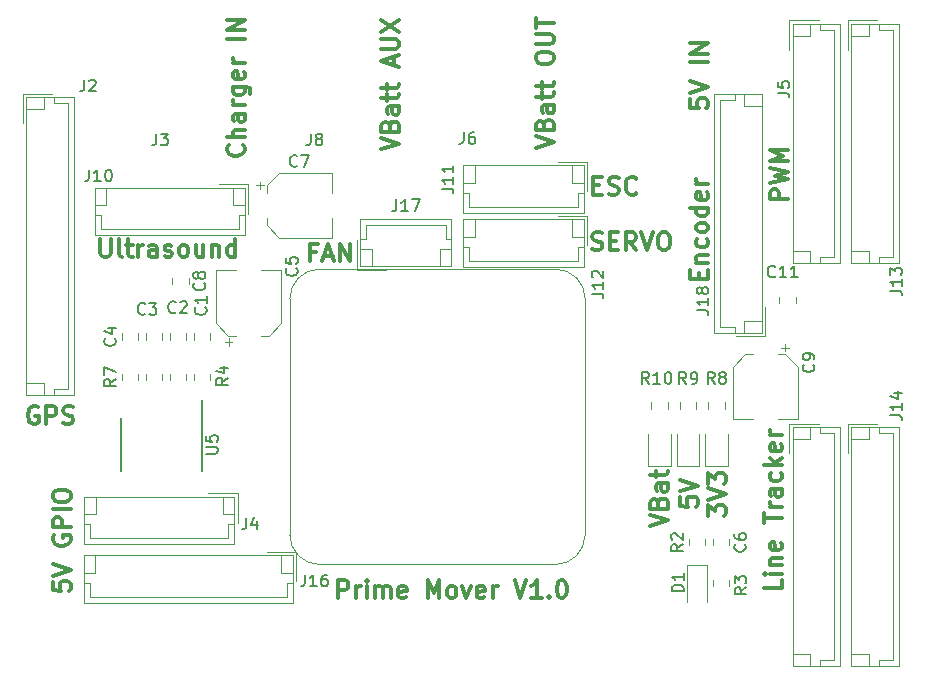
<source format=gbr>
G04 #@! TF.GenerationSoftware,KiCad,Pcbnew,(5.1.4)-1*
G04 #@! TF.CreationDate,2021-11-01T15:57:40-05:00*
G04 #@! TF.ProjectId,RascalHat,52617363-616c-4486-9174-2e6b69636164,rev?*
G04 #@! TF.SameCoordinates,Original*
G04 #@! TF.FileFunction,Legend,Top*
G04 #@! TF.FilePolarity,Positive*
%FSLAX46Y46*%
G04 Gerber Fmt 4.6, Leading zero omitted, Abs format (unit mm)*
G04 Created by KiCad (PCBNEW (5.1.4)-1) date 2021-11-01 15:57:40*
%MOMM*%
%LPD*%
G04 APERTURE LIST*
%ADD10C,0.300000*%
%ADD11C,0.120000*%
%ADD12C,0.150000*%
G04 APERTURE END LIST*
D10*
X26897142Y-49458571D02*
X26897142Y-47958571D01*
X27468571Y-47958571D01*
X27611428Y-48030000D01*
X27682857Y-48101428D01*
X27754285Y-48244285D01*
X27754285Y-48458571D01*
X27682857Y-48601428D01*
X27611428Y-48672857D01*
X27468571Y-48744285D01*
X26897142Y-48744285D01*
X28397142Y-49458571D02*
X28397142Y-48458571D01*
X28397142Y-48744285D02*
X28468571Y-48601428D01*
X28540000Y-48530000D01*
X28682857Y-48458571D01*
X28825714Y-48458571D01*
X29325714Y-49458571D02*
X29325714Y-48458571D01*
X29325714Y-47958571D02*
X29254285Y-48030000D01*
X29325714Y-48101428D01*
X29397142Y-48030000D01*
X29325714Y-47958571D01*
X29325714Y-48101428D01*
X30040000Y-49458571D02*
X30040000Y-48458571D01*
X30040000Y-48601428D02*
X30111428Y-48530000D01*
X30254285Y-48458571D01*
X30468571Y-48458571D01*
X30611428Y-48530000D01*
X30682857Y-48672857D01*
X30682857Y-49458571D01*
X30682857Y-48672857D02*
X30754285Y-48530000D01*
X30897142Y-48458571D01*
X31111428Y-48458571D01*
X31254285Y-48530000D01*
X31325714Y-48672857D01*
X31325714Y-49458571D01*
X32611428Y-49387142D02*
X32468571Y-49458571D01*
X32182857Y-49458571D01*
X32040000Y-49387142D01*
X31968571Y-49244285D01*
X31968571Y-48672857D01*
X32040000Y-48530000D01*
X32182857Y-48458571D01*
X32468571Y-48458571D01*
X32611428Y-48530000D01*
X32682857Y-48672857D01*
X32682857Y-48815714D01*
X31968571Y-48958571D01*
X34468571Y-49458571D02*
X34468571Y-47958571D01*
X34968571Y-49030000D01*
X35468571Y-47958571D01*
X35468571Y-49458571D01*
X36397142Y-49458571D02*
X36254285Y-49387142D01*
X36182857Y-49315714D01*
X36111428Y-49172857D01*
X36111428Y-48744285D01*
X36182857Y-48601428D01*
X36254285Y-48530000D01*
X36397142Y-48458571D01*
X36611428Y-48458571D01*
X36754285Y-48530000D01*
X36825714Y-48601428D01*
X36897142Y-48744285D01*
X36897142Y-49172857D01*
X36825714Y-49315714D01*
X36754285Y-49387142D01*
X36611428Y-49458571D01*
X36397142Y-49458571D01*
X37397142Y-48458571D02*
X37754285Y-49458571D01*
X38111428Y-48458571D01*
X39254285Y-49387142D02*
X39111428Y-49458571D01*
X38825714Y-49458571D01*
X38682857Y-49387142D01*
X38611428Y-49244285D01*
X38611428Y-48672857D01*
X38682857Y-48530000D01*
X38825714Y-48458571D01*
X39111428Y-48458571D01*
X39254285Y-48530000D01*
X39325714Y-48672857D01*
X39325714Y-48815714D01*
X38611428Y-48958571D01*
X39968571Y-49458571D02*
X39968571Y-48458571D01*
X39968571Y-48744285D02*
X40040000Y-48601428D01*
X40111428Y-48530000D01*
X40254285Y-48458571D01*
X40397142Y-48458571D01*
X41825714Y-47958571D02*
X42325714Y-49458571D01*
X42825714Y-47958571D01*
X44111428Y-49458571D02*
X43254285Y-49458571D01*
X43682857Y-49458571D02*
X43682857Y-47958571D01*
X43540000Y-48172857D01*
X43397142Y-48315714D01*
X43254285Y-48387142D01*
X44754285Y-49315714D02*
X44825714Y-49387142D01*
X44754285Y-49458571D01*
X44682857Y-49387142D01*
X44754285Y-49315714D01*
X44754285Y-49458571D01*
X45754285Y-47958571D02*
X45897142Y-47958571D01*
X46040000Y-48030000D01*
X46111428Y-48101428D01*
X46182857Y-48244285D01*
X46254285Y-48530000D01*
X46254285Y-48887142D01*
X46182857Y-49172857D01*
X46111428Y-49315714D01*
X46040000Y-49387142D01*
X45897142Y-49458571D01*
X45754285Y-49458571D01*
X45611428Y-49387142D01*
X45540000Y-49315714D01*
X45468571Y-49172857D01*
X45397142Y-48887142D01*
X45397142Y-48530000D01*
X45468571Y-48244285D01*
X45540000Y-48101428D01*
X45611428Y-48030000D01*
X45754285Y-47958571D01*
X1468571Y-33286000D02*
X1325714Y-33214571D01*
X1111428Y-33214571D01*
X897142Y-33286000D01*
X754285Y-33428857D01*
X682857Y-33571714D01*
X611428Y-33857428D01*
X611428Y-34071714D01*
X682857Y-34357428D01*
X754285Y-34500285D01*
X897142Y-34643142D01*
X1111428Y-34714571D01*
X1254285Y-34714571D01*
X1468571Y-34643142D01*
X1539999Y-34571714D01*
X1539999Y-34071714D01*
X1254285Y-34071714D01*
X2182857Y-34714571D02*
X2182857Y-33214571D01*
X2754285Y-33214571D01*
X2897142Y-33286000D01*
X2968571Y-33357428D01*
X3039999Y-33500285D01*
X3039999Y-33714571D01*
X2968571Y-33857428D01*
X2897142Y-33928857D01*
X2754285Y-34000285D01*
X2182857Y-34000285D01*
X3611428Y-34643142D02*
X3825714Y-34714571D01*
X4182857Y-34714571D01*
X4325714Y-34643142D01*
X4397142Y-34571714D01*
X4468571Y-34428857D01*
X4468571Y-34286000D01*
X4397142Y-34143142D01*
X4325714Y-34071714D01*
X4182857Y-34000285D01*
X3897142Y-33928857D01*
X3754285Y-33857428D01*
X3682857Y-33786000D01*
X3611428Y-33643142D01*
X3611428Y-33500285D01*
X3682857Y-33357428D01*
X3754285Y-33286000D01*
X3897142Y-33214571D01*
X4254285Y-33214571D01*
X4468571Y-33286000D01*
X53280571Y-43378142D02*
X54780571Y-42878142D01*
X53280571Y-42378142D01*
X53994857Y-41378142D02*
X54066285Y-41163857D01*
X54137714Y-41092428D01*
X54280571Y-41021000D01*
X54494857Y-41021000D01*
X54637714Y-41092428D01*
X54709142Y-41163857D01*
X54780571Y-41306714D01*
X54780571Y-41878142D01*
X53280571Y-41878142D01*
X53280571Y-41378142D01*
X53352000Y-41235285D01*
X53423428Y-41163857D01*
X53566285Y-41092428D01*
X53709142Y-41092428D01*
X53852000Y-41163857D01*
X53923428Y-41235285D01*
X53994857Y-41378142D01*
X53994857Y-41878142D01*
X54780571Y-39735285D02*
X53994857Y-39735285D01*
X53852000Y-39806714D01*
X53780571Y-39949571D01*
X53780571Y-40235285D01*
X53852000Y-40378142D01*
X54709142Y-39735285D02*
X54780571Y-39878142D01*
X54780571Y-40235285D01*
X54709142Y-40378142D01*
X54566285Y-40449571D01*
X54423428Y-40449571D01*
X54280571Y-40378142D01*
X54209142Y-40235285D01*
X54209142Y-39878142D01*
X54137714Y-39735285D01*
X53780571Y-39235285D02*
X53780571Y-38663857D01*
X53280571Y-39021000D02*
X54566285Y-39021000D01*
X54709142Y-38949571D01*
X54780571Y-38806714D01*
X54780571Y-38663857D01*
X58233571Y-42497142D02*
X58233571Y-41568571D01*
X58805000Y-42068571D01*
X58805000Y-41854285D01*
X58876428Y-41711428D01*
X58947857Y-41640000D01*
X59090714Y-41568571D01*
X59447857Y-41568571D01*
X59590714Y-41640000D01*
X59662142Y-41711428D01*
X59733571Y-41854285D01*
X59733571Y-42282857D01*
X59662142Y-42425714D01*
X59590714Y-42497142D01*
X58233571Y-41140000D02*
X59733571Y-40640000D01*
X58233571Y-40140000D01*
X58233571Y-39782857D02*
X58233571Y-38854285D01*
X58805000Y-39354285D01*
X58805000Y-39140000D01*
X58876428Y-38997142D01*
X58947857Y-38925714D01*
X59090714Y-38854285D01*
X59447857Y-38854285D01*
X59590714Y-38925714D01*
X59662142Y-38997142D01*
X59733571Y-39140000D01*
X59733571Y-39568571D01*
X59662142Y-39711428D01*
X59590714Y-39782857D01*
X55820571Y-40925714D02*
X55820571Y-41640000D01*
X56534857Y-41711428D01*
X56463428Y-41640000D01*
X56392000Y-41497142D01*
X56392000Y-41140000D01*
X56463428Y-40997142D01*
X56534857Y-40925714D01*
X56677714Y-40854285D01*
X57034857Y-40854285D01*
X57177714Y-40925714D01*
X57249142Y-40997142D01*
X57320571Y-41140000D01*
X57320571Y-41497142D01*
X57249142Y-41640000D01*
X57177714Y-41711428D01*
X55820571Y-40425714D02*
X57320571Y-39925714D01*
X55820571Y-39425714D01*
X64940571Y-15696142D02*
X63440571Y-15696142D01*
X63440571Y-15124714D01*
X63512000Y-14981857D01*
X63583428Y-14910428D01*
X63726285Y-14839000D01*
X63940571Y-14839000D01*
X64083428Y-14910428D01*
X64154857Y-14981857D01*
X64226285Y-15124714D01*
X64226285Y-15696142D01*
X63440571Y-14339000D02*
X64940571Y-13981857D01*
X63869142Y-13696142D01*
X64940571Y-13410428D01*
X63440571Y-13053285D01*
X64940571Y-12481857D02*
X63440571Y-12481857D01*
X64512000Y-11981857D01*
X63440571Y-11481857D01*
X64940571Y-11481857D01*
X57423857Y-22395142D02*
X57423857Y-21895142D01*
X58209571Y-21680857D02*
X58209571Y-22395142D01*
X56709571Y-22395142D01*
X56709571Y-21680857D01*
X57209571Y-21038000D02*
X58209571Y-21038000D01*
X57352428Y-21038000D02*
X57281000Y-20966571D01*
X57209571Y-20823714D01*
X57209571Y-20609428D01*
X57281000Y-20466571D01*
X57423857Y-20395142D01*
X58209571Y-20395142D01*
X58138142Y-19038000D02*
X58209571Y-19180857D01*
X58209571Y-19466571D01*
X58138142Y-19609428D01*
X58066714Y-19680857D01*
X57923857Y-19752285D01*
X57495285Y-19752285D01*
X57352428Y-19680857D01*
X57281000Y-19609428D01*
X57209571Y-19466571D01*
X57209571Y-19180857D01*
X57281000Y-19038000D01*
X58209571Y-18180857D02*
X58138142Y-18323714D01*
X58066714Y-18395142D01*
X57923857Y-18466571D01*
X57495285Y-18466571D01*
X57352428Y-18395142D01*
X57281000Y-18323714D01*
X57209571Y-18180857D01*
X57209571Y-17966571D01*
X57281000Y-17823714D01*
X57352428Y-17752285D01*
X57495285Y-17680857D01*
X57923857Y-17680857D01*
X58066714Y-17752285D01*
X58138142Y-17823714D01*
X58209571Y-17966571D01*
X58209571Y-18180857D01*
X58209571Y-16395142D02*
X56709571Y-16395142D01*
X58138142Y-16395142D02*
X58209571Y-16538000D01*
X58209571Y-16823714D01*
X58138142Y-16966571D01*
X58066714Y-17038000D01*
X57923857Y-17109428D01*
X57495285Y-17109428D01*
X57352428Y-17038000D01*
X57281000Y-16966571D01*
X57209571Y-16823714D01*
X57209571Y-16538000D01*
X57281000Y-16395142D01*
X58138142Y-15109428D02*
X58209571Y-15252285D01*
X58209571Y-15538000D01*
X58138142Y-15680857D01*
X57995285Y-15752285D01*
X57423857Y-15752285D01*
X57281000Y-15680857D01*
X57209571Y-15538000D01*
X57209571Y-15252285D01*
X57281000Y-15109428D01*
X57423857Y-15038000D01*
X57566714Y-15038000D01*
X57709571Y-15752285D01*
X58209571Y-14395142D02*
X57209571Y-14395142D01*
X57495285Y-14395142D02*
X57352428Y-14323714D01*
X57281000Y-14252285D01*
X57209571Y-14109428D01*
X57209571Y-13966571D01*
X64432571Y-47894142D02*
X64432571Y-48608428D01*
X62932571Y-48608428D01*
X64432571Y-47394142D02*
X63432571Y-47394142D01*
X62932571Y-47394142D02*
X63004000Y-47465571D01*
X63075428Y-47394142D01*
X63004000Y-47322714D01*
X62932571Y-47394142D01*
X63075428Y-47394142D01*
X63432571Y-46679857D02*
X64432571Y-46679857D01*
X63575428Y-46679857D02*
X63504000Y-46608428D01*
X63432571Y-46465571D01*
X63432571Y-46251285D01*
X63504000Y-46108428D01*
X63646857Y-46037000D01*
X64432571Y-46037000D01*
X64361142Y-44751285D02*
X64432571Y-44894142D01*
X64432571Y-45179857D01*
X64361142Y-45322714D01*
X64218285Y-45394142D01*
X63646857Y-45394142D01*
X63504000Y-45322714D01*
X63432571Y-45179857D01*
X63432571Y-44894142D01*
X63504000Y-44751285D01*
X63646857Y-44679857D01*
X63789714Y-44679857D01*
X63932571Y-45394142D01*
X62932571Y-43108428D02*
X62932571Y-42251285D01*
X64432571Y-42679857D02*
X62932571Y-42679857D01*
X64432571Y-41751285D02*
X63432571Y-41751285D01*
X63718285Y-41751285D02*
X63575428Y-41679857D01*
X63504000Y-41608428D01*
X63432571Y-41465571D01*
X63432571Y-41322714D01*
X64432571Y-40179857D02*
X63646857Y-40179857D01*
X63504000Y-40251285D01*
X63432571Y-40394142D01*
X63432571Y-40679857D01*
X63504000Y-40822714D01*
X64361142Y-40179857D02*
X64432571Y-40322714D01*
X64432571Y-40679857D01*
X64361142Y-40822714D01*
X64218285Y-40894142D01*
X64075428Y-40894142D01*
X63932571Y-40822714D01*
X63861142Y-40679857D01*
X63861142Y-40322714D01*
X63789714Y-40179857D01*
X64361142Y-38822714D02*
X64432571Y-38965571D01*
X64432571Y-39251285D01*
X64361142Y-39394142D01*
X64289714Y-39465571D01*
X64146857Y-39537000D01*
X63718285Y-39537000D01*
X63575428Y-39465571D01*
X63504000Y-39394142D01*
X63432571Y-39251285D01*
X63432571Y-38965571D01*
X63504000Y-38822714D01*
X64432571Y-38179857D02*
X62932571Y-38179857D01*
X63861142Y-38037000D02*
X64432571Y-37608428D01*
X63432571Y-37608428D02*
X64004000Y-38179857D01*
X64361142Y-36394142D02*
X64432571Y-36537000D01*
X64432571Y-36822714D01*
X64361142Y-36965571D01*
X64218285Y-37037000D01*
X63646857Y-37037000D01*
X63504000Y-36965571D01*
X63432571Y-36822714D01*
X63432571Y-36537000D01*
X63504000Y-36394142D01*
X63646857Y-36322714D01*
X63789714Y-36322714D01*
X63932571Y-37037000D01*
X64432571Y-35679857D02*
X63432571Y-35679857D01*
X63718285Y-35679857D02*
X63575428Y-35608428D01*
X63504000Y-35537000D01*
X63432571Y-35394142D01*
X63432571Y-35251285D01*
X2734571Y-48077000D02*
X2734571Y-48791285D01*
X3448857Y-48862714D01*
X3377428Y-48791285D01*
X3305999Y-48648428D01*
X3306000Y-48291285D01*
X3377428Y-48148428D01*
X3448857Y-48077000D01*
X3591714Y-48005571D01*
X3948857Y-48005571D01*
X4091714Y-48077000D01*
X4163142Y-48148428D01*
X4234571Y-48291285D01*
X4234571Y-48648428D01*
X4163142Y-48791285D01*
X4091714Y-48862714D01*
X2734571Y-47577000D02*
X4234571Y-47077000D01*
X2734571Y-46577000D01*
X2806000Y-44148428D02*
X2734571Y-44291285D01*
X2734571Y-44505571D01*
X2806000Y-44719857D01*
X2948857Y-44862714D01*
X3091714Y-44934142D01*
X3377428Y-45005571D01*
X3591714Y-45005571D01*
X3877428Y-44934142D01*
X4020285Y-44862714D01*
X4163142Y-44719857D01*
X4234571Y-44505571D01*
X4234571Y-44362714D01*
X4163142Y-44148428D01*
X4091714Y-44077000D01*
X3591714Y-44077000D01*
X3591714Y-44362714D01*
X4234571Y-43434142D02*
X2734571Y-43434142D01*
X2734571Y-42862714D01*
X2806000Y-42719857D01*
X2877428Y-42648428D01*
X3020285Y-42577000D01*
X3234571Y-42577000D01*
X3377428Y-42648428D01*
X3448857Y-42719857D01*
X3520285Y-42862714D01*
X3520285Y-43434142D01*
X4234571Y-41934142D02*
X2734571Y-41934142D01*
X2734571Y-40934142D02*
X2734571Y-40648428D01*
X2806000Y-40505571D01*
X2948857Y-40362714D01*
X3234571Y-40291285D01*
X3734571Y-40291285D01*
X4020285Y-40362714D01*
X4163142Y-40505571D01*
X4234571Y-40648428D01*
X4234571Y-40934142D01*
X4163142Y-41077000D01*
X4020285Y-41219857D01*
X3734571Y-41291285D01*
X3234571Y-41291285D01*
X2948857Y-41219857D01*
X2806000Y-41077000D01*
X2734571Y-40934142D01*
X6765714Y-19058571D02*
X6765714Y-20272857D01*
X6837142Y-20415714D01*
X6908571Y-20487142D01*
X7051428Y-20558571D01*
X7337142Y-20558571D01*
X7480000Y-20487142D01*
X7551428Y-20415714D01*
X7622857Y-20272857D01*
X7622857Y-19058571D01*
X8551428Y-20558571D02*
X8408571Y-20487142D01*
X8337142Y-20344285D01*
X8337142Y-19058571D01*
X8908571Y-19558571D02*
X9480000Y-19558571D01*
X9122857Y-19058571D02*
X9122857Y-20344285D01*
X9194285Y-20487142D01*
X9337142Y-20558571D01*
X9480000Y-20558571D01*
X9980000Y-20558571D02*
X9980000Y-19558571D01*
X9980000Y-19844285D02*
X10051428Y-19701428D01*
X10122857Y-19630000D01*
X10265714Y-19558571D01*
X10408571Y-19558571D01*
X11551428Y-20558571D02*
X11551428Y-19772857D01*
X11480000Y-19630000D01*
X11337142Y-19558571D01*
X11051428Y-19558571D01*
X10908571Y-19630000D01*
X11551428Y-20487142D02*
X11408571Y-20558571D01*
X11051428Y-20558571D01*
X10908571Y-20487142D01*
X10837142Y-20344285D01*
X10837142Y-20201428D01*
X10908571Y-20058571D01*
X11051428Y-19987142D01*
X11408571Y-19987142D01*
X11551428Y-19915714D01*
X12194285Y-20487142D02*
X12337142Y-20558571D01*
X12622857Y-20558571D01*
X12765714Y-20487142D01*
X12837142Y-20344285D01*
X12837142Y-20272857D01*
X12765714Y-20130000D01*
X12622857Y-20058571D01*
X12408571Y-20058571D01*
X12265714Y-19987142D01*
X12194285Y-19844285D01*
X12194285Y-19772857D01*
X12265714Y-19630000D01*
X12408571Y-19558571D01*
X12622857Y-19558571D01*
X12765714Y-19630000D01*
X13694285Y-20558571D02*
X13551428Y-20487142D01*
X13480000Y-20415714D01*
X13408571Y-20272857D01*
X13408571Y-19844285D01*
X13480000Y-19701428D01*
X13551428Y-19630000D01*
X13694285Y-19558571D01*
X13908571Y-19558571D01*
X14051428Y-19630000D01*
X14122857Y-19701428D01*
X14194285Y-19844285D01*
X14194285Y-20272857D01*
X14122857Y-20415714D01*
X14051428Y-20487142D01*
X13908571Y-20558571D01*
X13694285Y-20558571D01*
X15480000Y-19558571D02*
X15480000Y-20558571D01*
X14837142Y-19558571D02*
X14837142Y-20344285D01*
X14908571Y-20487142D01*
X15051428Y-20558571D01*
X15265714Y-20558571D01*
X15408571Y-20487142D01*
X15480000Y-20415714D01*
X16194285Y-19558571D02*
X16194285Y-20558571D01*
X16194285Y-19701428D02*
X16265714Y-19630000D01*
X16408571Y-19558571D01*
X16622857Y-19558571D01*
X16765714Y-19630000D01*
X16837142Y-19772857D01*
X16837142Y-20558571D01*
X18194285Y-20558571D02*
X18194285Y-19058571D01*
X18194285Y-20487142D02*
X18051428Y-20558571D01*
X17765714Y-20558571D01*
X17622857Y-20487142D01*
X17551428Y-20415714D01*
X17480000Y-20272857D01*
X17480000Y-19844285D01*
X17551428Y-19701428D01*
X17622857Y-19630000D01*
X17765714Y-19558571D01*
X18051428Y-19558571D01*
X18194285Y-19630000D01*
X24985714Y-20162857D02*
X24485714Y-20162857D01*
X24485714Y-20948571D02*
X24485714Y-19448571D01*
X25200000Y-19448571D01*
X25700000Y-20520000D02*
X26414285Y-20520000D01*
X25557142Y-20948571D02*
X26057142Y-19448571D01*
X26557142Y-20948571D01*
X27057142Y-20948571D02*
X27057142Y-19448571D01*
X27914285Y-20948571D01*
X27914285Y-19448571D01*
X18823714Y-11080142D02*
X18895142Y-11151571D01*
X18966571Y-11365857D01*
X18966571Y-11508714D01*
X18895142Y-11723000D01*
X18752285Y-11865857D01*
X18609428Y-11937285D01*
X18323714Y-12008714D01*
X18109428Y-12008714D01*
X17823714Y-11937285D01*
X17680857Y-11865857D01*
X17538000Y-11723000D01*
X17466571Y-11508714D01*
X17466571Y-11365857D01*
X17538000Y-11151571D01*
X17609428Y-11080142D01*
X18966571Y-10437285D02*
X17466571Y-10437285D01*
X18966571Y-9794428D02*
X18180857Y-9794428D01*
X18038000Y-9865857D01*
X17966571Y-10008714D01*
X17966571Y-10223000D01*
X18038000Y-10365857D01*
X18109428Y-10437285D01*
X18966571Y-8437285D02*
X18180857Y-8437285D01*
X18038000Y-8508714D01*
X17966571Y-8651571D01*
X17966571Y-8937285D01*
X18038000Y-9080142D01*
X18895142Y-8437285D02*
X18966571Y-8580142D01*
X18966571Y-8937285D01*
X18895142Y-9080142D01*
X18752285Y-9151571D01*
X18609428Y-9151571D01*
X18466571Y-9080142D01*
X18395142Y-8937285D01*
X18395142Y-8580142D01*
X18323714Y-8437285D01*
X18966571Y-7723000D02*
X17966571Y-7723000D01*
X18252285Y-7723000D02*
X18109428Y-7651571D01*
X18038000Y-7580142D01*
X17966571Y-7437285D01*
X17966571Y-7294428D01*
X17966571Y-6151571D02*
X19180857Y-6151571D01*
X19323714Y-6223000D01*
X19395142Y-6294428D01*
X19466571Y-6437285D01*
X19466571Y-6651571D01*
X19395142Y-6794428D01*
X18895142Y-6151571D02*
X18966571Y-6294428D01*
X18966571Y-6580142D01*
X18895142Y-6723000D01*
X18823714Y-6794428D01*
X18680857Y-6865857D01*
X18252285Y-6865857D01*
X18109428Y-6794428D01*
X18038000Y-6723000D01*
X17966571Y-6580142D01*
X17966571Y-6294428D01*
X18038000Y-6151571D01*
X18895142Y-4865857D02*
X18966571Y-5008714D01*
X18966571Y-5294428D01*
X18895142Y-5437285D01*
X18752285Y-5508714D01*
X18180857Y-5508714D01*
X18038000Y-5437285D01*
X17966571Y-5294428D01*
X17966571Y-5008714D01*
X18038000Y-4865857D01*
X18180857Y-4794428D01*
X18323714Y-4794428D01*
X18466571Y-5508714D01*
X18966571Y-4151571D02*
X17966571Y-4151571D01*
X18252285Y-4151571D02*
X18109428Y-4080142D01*
X18038000Y-4008714D01*
X17966571Y-3865857D01*
X17966571Y-3723000D01*
X18966571Y-2080142D02*
X17466571Y-2080142D01*
X18966571Y-1365857D02*
X17466571Y-1365857D01*
X18966571Y-508714D01*
X17466571Y-508714D01*
X30547571Y-11469000D02*
X32047571Y-10969000D01*
X30547571Y-10469000D01*
X31261857Y-9469000D02*
X31333285Y-9254714D01*
X31404714Y-9183285D01*
X31547571Y-9111857D01*
X31761857Y-9111857D01*
X31904714Y-9183285D01*
X31976142Y-9254714D01*
X32047571Y-9397571D01*
X32047571Y-9969000D01*
X30547571Y-9969000D01*
X30547571Y-9469000D01*
X30619000Y-9326142D01*
X30690428Y-9254714D01*
X30833285Y-9183285D01*
X30976142Y-9183285D01*
X31119000Y-9254714D01*
X31190428Y-9326142D01*
X31261857Y-9469000D01*
X31261857Y-9969000D01*
X32047571Y-7826142D02*
X31261857Y-7826142D01*
X31119000Y-7897571D01*
X31047571Y-8040428D01*
X31047571Y-8326142D01*
X31119000Y-8469000D01*
X31976142Y-7826142D02*
X32047571Y-7969000D01*
X32047571Y-8326142D01*
X31976142Y-8469000D01*
X31833285Y-8540428D01*
X31690428Y-8540428D01*
X31547571Y-8469000D01*
X31476142Y-8326142D01*
X31476142Y-7969000D01*
X31404714Y-7826142D01*
X31047571Y-7326142D02*
X31047571Y-6754714D01*
X30547571Y-7111857D02*
X31833285Y-7111857D01*
X31976142Y-7040428D01*
X32047571Y-6897571D01*
X32047571Y-6754714D01*
X31047571Y-6469000D02*
X31047571Y-5897571D01*
X30547571Y-6254714D02*
X31833285Y-6254714D01*
X31976142Y-6183285D01*
X32047571Y-6040428D01*
X32047571Y-5897571D01*
X31619000Y-4326142D02*
X31619000Y-3611857D01*
X32047571Y-4469000D02*
X30547571Y-3969000D01*
X32047571Y-3469000D01*
X30547571Y-2969000D02*
X31761857Y-2969000D01*
X31904714Y-2897571D01*
X31976142Y-2826142D01*
X32047571Y-2683285D01*
X32047571Y-2397571D01*
X31976142Y-2254714D01*
X31904714Y-2183285D01*
X31761857Y-2111857D01*
X30547571Y-2111857D01*
X30547571Y-1540428D02*
X32047571Y-540428D01*
X30547571Y-540428D02*
X32047571Y-1540428D01*
X43628571Y-11342000D02*
X45128571Y-10842000D01*
X43628571Y-10342000D01*
X44342857Y-9342000D02*
X44414285Y-9127714D01*
X44485714Y-9056285D01*
X44628571Y-8984857D01*
X44842857Y-8984857D01*
X44985714Y-9056285D01*
X45057142Y-9127714D01*
X45128571Y-9270571D01*
X45128571Y-9842000D01*
X43628571Y-9842000D01*
X43628571Y-9342000D01*
X43700000Y-9199142D01*
X43771428Y-9127714D01*
X43914285Y-9056285D01*
X44057142Y-9056285D01*
X44200000Y-9127714D01*
X44271428Y-9199142D01*
X44342857Y-9342000D01*
X44342857Y-9842000D01*
X45128571Y-7699142D02*
X44342857Y-7699142D01*
X44200000Y-7770571D01*
X44128571Y-7913428D01*
X44128571Y-8199142D01*
X44200000Y-8342000D01*
X45057142Y-7699142D02*
X45128571Y-7842000D01*
X45128571Y-8199142D01*
X45057142Y-8342000D01*
X44914285Y-8413428D01*
X44771428Y-8413428D01*
X44628571Y-8342000D01*
X44557142Y-8199142D01*
X44557142Y-7842000D01*
X44485714Y-7699142D01*
X44128571Y-7199142D02*
X44128571Y-6627714D01*
X43628571Y-6984857D02*
X44914285Y-6984857D01*
X45057142Y-6913428D01*
X45128571Y-6770571D01*
X45128571Y-6627714D01*
X44128571Y-6342000D02*
X44128571Y-5770571D01*
X43628571Y-6127714D02*
X44914285Y-6127714D01*
X45057142Y-6056285D01*
X45128571Y-5913428D01*
X45128571Y-5770571D01*
X43628571Y-3842000D02*
X43628571Y-3556285D01*
X43700000Y-3413428D01*
X43842857Y-3270571D01*
X44128571Y-3199142D01*
X44628571Y-3199142D01*
X44914285Y-3270571D01*
X45057142Y-3413428D01*
X45128571Y-3556285D01*
X45128571Y-3842000D01*
X45057142Y-3984857D01*
X44914285Y-4127714D01*
X44628571Y-4199142D01*
X44128571Y-4199142D01*
X43842857Y-4127714D01*
X43700000Y-3984857D01*
X43628571Y-3842000D01*
X43628571Y-2556285D02*
X44842857Y-2556285D01*
X44985714Y-2484857D01*
X45057142Y-2413428D01*
X45128571Y-2270571D01*
X45128571Y-1984857D01*
X45057142Y-1842000D01*
X44985714Y-1770571D01*
X44842857Y-1699142D01*
X43628571Y-1699142D01*
X43628571Y-1199142D02*
X43628571Y-342000D01*
X45128571Y-770571D02*
X43628571Y-770571D01*
X56709571Y-7207000D02*
X56709571Y-7921285D01*
X57423857Y-7992714D01*
X57352428Y-7921285D01*
X57281000Y-7778428D01*
X57281000Y-7421285D01*
X57352428Y-7278428D01*
X57423857Y-7207000D01*
X57566714Y-7135571D01*
X57923857Y-7135571D01*
X58066714Y-7207000D01*
X58138142Y-7278428D01*
X58209571Y-7421285D01*
X58209571Y-7778428D01*
X58138142Y-7921285D01*
X58066714Y-7992714D01*
X56709571Y-6707000D02*
X58209571Y-6207000D01*
X56709571Y-5707000D01*
X58209571Y-4064142D02*
X56709571Y-4064142D01*
X58209571Y-3349857D02*
X56709571Y-3349857D01*
X58209571Y-2492714D01*
X56709571Y-2492714D01*
X48403285Y-19911142D02*
X48617571Y-19982571D01*
X48974714Y-19982571D01*
X49117571Y-19911142D01*
X49189000Y-19839714D01*
X49260428Y-19696857D01*
X49260428Y-19554000D01*
X49189000Y-19411142D01*
X49117571Y-19339714D01*
X48974714Y-19268285D01*
X48689000Y-19196857D01*
X48546142Y-19125428D01*
X48474714Y-19054000D01*
X48403285Y-18911142D01*
X48403285Y-18768285D01*
X48474714Y-18625428D01*
X48546142Y-18554000D01*
X48689000Y-18482571D01*
X49046142Y-18482571D01*
X49260428Y-18554000D01*
X49903285Y-19196857D02*
X50403285Y-19196857D01*
X50617571Y-19982571D02*
X49903285Y-19982571D01*
X49903285Y-18482571D01*
X50617571Y-18482571D01*
X52117571Y-19982571D02*
X51617571Y-19268285D01*
X51260428Y-19982571D02*
X51260428Y-18482571D01*
X51831857Y-18482571D01*
X51974714Y-18554000D01*
X52046142Y-18625428D01*
X52117571Y-18768285D01*
X52117571Y-18982571D01*
X52046142Y-19125428D01*
X51974714Y-19196857D01*
X51831857Y-19268285D01*
X51260428Y-19268285D01*
X52546142Y-18482571D02*
X53046142Y-19982571D01*
X53546142Y-18482571D01*
X54331857Y-18482571D02*
X54617571Y-18482571D01*
X54760428Y-18554000D01*
X54903285Y-18696857D01*
X54974714Y-18982571D01*
X54974714Y-19482571D01*
X54903285Y-19768285D01*
X54760428Y-19911142D01*
X54617571Y-19982571D01*
X54331857Y-19982571D01*
X54189000Y-19911142D01*
X54046142Y-19768285D01*
X53974714Y-19482571D01*
X53974714Y-18982571D01*
X54046142Y-18696857D01*
X54189000Y-18554000D01*
X54331857Y-18482571D01*
X48506285Y-14497857D02*
X49006285Y-14497857D01*
X49220571Y-15283571D02*
X48506285Y-15283571D01*
X48506285Y-13783571D01*
X49220571Y-13783571D01*
X49792000Y-15212142D02*
X50006285Y-15283571D01*
X50363428Y-15283571D01*
X50506285Y-15212142D01*
X50577714Y-15140714D01*
X50649142Y-14997857D01*
X50649142Y-14855000D01*
X50577714Y-14712142D01*
X50506285Y-14640714D01*
X50363428Y-14569285D01*
X50077714Y-14497857D01*
X49934857Y-14426428D01*
X49863428Y-14355000D01*
X49792000Y-14212142D01*
X49792000Y-14069285D01*
X49863428Y-13926428D01*
X49934857Y-13855000D01*
X50077714Y-13783571D01*
X50434857Y-13783571D01*
X50649142Y-13855000D01*
X52149142Y-15140714D02*
X52077714Y-15212142D01*
X51863428Y-15283571D01*
X51720571Y-15283571D01*
X51506285Y-15212142D01*
X51363428Y-15069285D01*
X51292000Y-14926428D01*
X51220571Y-14640714D01*
X51220571Y-14426428D01*
X51292000Y-14140714D01*
X51363428Y-13997857D01*
X51506285Y-13855000D01*
X51720571Y-13783571D01*
X51863428Y-13783571D01*
X52077714Y-13855000D01*
X52149142Y-13926428D01*
D11*
X65650000Y-24448578D02*
X65650000Y-23931422D01*
X64230000Y-24448578D02*
X64230000Y-23931422D01*
X65037500Y-28247500D02*
X64412500Y-28247500D01*
X64725000Y-27935000D02*
X64725000Y-28560000D01*
X61344437Y-28800000D02*
X60280000Y-29864437D01*
X64735563Y-28800000D02*
X65800000Y-29864437D01*
X64735563Y-28800000D02*
X64100000Y-28800000D01*
X61344437Y-28800000D02*
X61980000Y-28800000D01*
X60280000Y-29864437D02*
X60280000Y-34320000D01*
X65800000Y-29864437D02*
X65800000Y-34320000D01*
X65800000Y-34320000D02*
X64100000Y-34320000D01*
X60280000Y-34320000D02*
X61980000Y-34320000D01*
X12820000Y-22361422D02*
X12820000Y-22878578D01*
X14240000Y-22361422D02*
X14240000Y-22878578D01*
X20277500Y-14202500D02*
X20277500Y-14827500D01*
X19965000Y-14515000D02*
X20590000Y-14515000D01*
X20830000Y-17895563D02*
X21894437Y-18960000D01*
X20830000Y-14504437D02*
X21894437Y-13440000D01*
X20830000Y-14504437D02*
X20830000Y-15140000D01*
X20830000Y-17895563D02*
X20830000Y-17260000D01*
X21894437Y-18960000D02*
X26350000Y-18960000D01*
X21894437Y-13440000D02*
X26350000Y-13440000D01*
X26350000Y-13440000D02*
X26350000Y-15140000D01*
X26350000Y-18960000D02*
X26350000Y-17260000D01*
X17302500Y-27772500D02*
X17927500Y-27772500D01*
X17615000Y-28085000D02*
X17615000Y-27460000D01*
X20995563Y-27220000D02*
X22060000Y-26155563D01*
X17604437Y-27220000D02*
X16540000Y-26155563D01*
X17604437Y-27220000D02*
X18240000Y-27220000D01*
X20995563Y-27220000D02*
X20360000Y-27220000D01*
X22060000Y-26155563D02*
X22060000Y-21700000D01*
X16540000Y-26155563D02*
X16540000Y-21700000D01*
X16540000Y-21700000D02*
X18240000Y-21700000D01*
X22060000Y-21700000D02*
X20360000Y-21700000D01*
X184000Y-6742000D02*
X184000Y-9242000D01*
X2684000Y-6742000D02*
X184000Y-6742000D01*
X1984000Y-31262000D02*
X484000Y-31262000D01*
X1984000Y-32262000D02*
X1984000Y-31262000D01*
X1984000Y-8042000D02*
X484000Y-8042000D01*
X1984000Y-7042000D02*
X1984000Y-8042000D01*
X2794000Y-31762000D02*
X2794000Y-32262000D01*
X4004000Y-31762000D02*
X2794000Y-31762000D01*
X4004000Y-7542000D02*
X4004000Y-31762000D01*
X2794000Y-7542000D02*
X4004000Y-7542000D01*
X2794000Y-7042000D02*
X2794000Y-7542000D01*
X4504000Y-32262000D02*
X4504000Y-7042000D01*
X484000Y-32262000D02*
X4504000Y-32262000D01*
X484000Y-7042000D02*
X484000Y-32262000D01*
X4504000Y-7042000D02*
X484000Y-7042000D01*
D12*
X15388000Y-32699000D02*
X15388000Y-38674000D01*
X8488000Y-34224000D02*
X8488000Y-38674000D01*
D11*
X54812000Y-32888422D02*
X54812000Y-33405578D01*
X53392000Y-32888422D02*
X53392000Y-33405578D01*
X57225000Y-32888422D02*
X57225000Y-33405578D01*
X55805000Y-32888422D02*
X55805000Y-33405578D01*
X59638000Y-32888422D02*
X59638000Y-33405578D01*
X58218000Y-32888422D02*
X58218000Y-33405578D01*
X69401000Y-819000D02*
X65381000Y-819000D01*
X65381000Y-819000D02*
X65381000Y-21039000D01*
X65381000Y-21039000D02*
X69401000Y-21039000D01*
X69401000Y-21039000D02*
X69401000Y-819000D01*
X67691000Y-819000D02*
X67691000Y-1319000D01*
X67691000Y-1319000D02*
X68901000Y-1319000D01*
X68901000Y-1319000D02*
X68901000Y-20539000D01*
X68901000Y-20539000D02*
X67691000Y-20539000D01*
X67691000Y-20539000D02*
X67691000Y-21039000D01*
X66881000Y-819000D02*
X66881000Y-1819000D01*
X66881000Y-1819000D02*
X65381000Y-1819000D01*
X66881000Y-21039000D02*
X66881000Y-20039000D01*
X66881000Y-20039000D02*
X65381000Y-20039000D01*
X67581000Y-519000D02*
X65081000Y-519000D01*
X65081000Y-519000D02*
X65081000Y-3019000D01*
X18104000Y-44890000D02*
X18104000Y-40870000D01*
X18104000Y-40870000D02*
X5384000Y-40870000D01*
X5384000Y-40870000D02*
X5384000Y-44890000D01*
X5384000Y-44890000D02*
X18104000Y-44890000D01*
X18104000Y-43180000D02*
X17604000Y-43180000D01*
X17604000Y-43180000D02*
X17604000Y-44390000D01*
X17604000Y-44390000D02*
X5884000Y-44390000D01*
X5884000Y-44390000D02*
X5884000Y-43180000D01*
X5884000Y-43180000D02*
X5384000Y-43180000D01*
X18104000Y-42370000D02*
X17104000Y-42370000D01*
X17104000Y-42370000D02*
X17104000Y-40870000D01*
X5384000Y-42370000D02*
X6384000Y-42370000D01*
X6384000Y-42370000D02*
X6384000Y-40870000D01*
X18404000Y-43070000D02*
X18404000Y-40570000D01*
X18404000Y-40570000D02*
X15904000Y-40570000D01*
X53142000Y-35576000D02*
X53142000Y-38261000D01*
X53142000Y-38261000D02*
X55062000Y-38261000D01*
X55062000Y-38261000D02*
X55062000Y-35576000D01*
X55555000Y-35576000D02*
X55555000Y-38261000D01*
X55555000Y-38261000D02*
X57475000Y-38261000D01*
X57475000Y-38261000D02*
X57475000Y-35576000D01*
X57968000Y-35576000D02*
X57968000Y-38261000D01*
X57968000Y-38261000D02*
X59888000Y-38261000D01*
X59888000Y-38261000D02*
X59888000Y-35576000D01*
X58596000Y-44955578D02*
X58596000Y-44438422D01*
X60016000Y-44955578D02*
X60016000Y-44438422D01*
X28459000Y-21660000D02*
X30959000Y-21660000D01*
X28459000Y-19160000D02*
X28459000Y-21660000D01*
X35479000Y-19860000D02*
X35479000Y-21360000D01*
X36479000Y-19860000D02*
X35479000Y-19860000D01*
X29759000Y-19860000D02*
X29759000Y-21360000D01*
X28759000Y-19860000D02*
X29759000Y-19860000D01*
X35979000Y-19050000D02*
X36479000Y-19050000D01*
X35979000Y-17840000D02*
X35979000Y-19050000D01*
X29259000Y-17840000D02*
X35979000Y-17840000D01*
X29259000Y-19050000D02*
X29259000Y-17840000D01*
X28759000Y-19050000D02*
X29259000Y-19050000D01*
X36479000Y-17340000D02*
X28759000Y-17340000D01*
X36479000Y-21360000D02*
X36479000Y-17340000D01*
X28759000Y-21360000D02*
X36479000Y-21360000D01*
X28759000Y-17340000D02*
X28759000Y-21360000D01*
X74354000Y-819000D02*
X70334000Y-819000D01*
X70334000Y-819000D02*
X70334000Y-21039000D01*
X70334000Y-21039000D02*
X74354000Y-21039000D01*
X74354000Y-21039000D02*
X74354000Y-819000D01*
X72644000Y-819000D02*
X72644000Y-1319000D01*
X72644000Y-1319000D02*
X73854000Y-1319000D01*
X73854000Y-1319000D02*
X73854000Y-20539000D01*
X73854000Y-20539000D02*
X72644000Y-20539000D01*
X72644000Y-20539000D02*
X72644000Y-21039000D01*
X71834000Y-819000D02*
X71834000Y-1819000D01*
X71834000Y-1819000D02*
X70334000Y-1819000D01*
X71834000Y-21039000D02*
X71834000Y-20039000D01*
X71834000Y-20039000D02*
X70334000Y-20039000D01*
X72534000Y-519000D02*
X70034000Y-519000D01*
X70034000Y-519000D02*
X70034000Y-3019000D01*
X25300000Y-21600000D02*
X45300000Y-21600000D01*
X22800000Y-24100000D02*
G75*
G02X25300000Y-21600000I2500000J0D01*
G01*
X22800000Y-44100000D02*
X22800000Y-24100000D01*
X25300000Y-46600000D02*
G75*
G02X22800000Y-44100000I0J2500000D01*
G01*
X45300000Y-21600000D02*
G75*
G02X47800000Y-24100000I0J-2500000D01*
G01*
X47800000Y-24100000D02*
X47800000Y-44100000D01*
X45300000Y-46600000D02*
X25300000Y-46600000D01*
X47800000Y-44100000D02*
G75*
G02X45300000Y-46600000I-2500000J0D01*
G01*
X9981000Y-30992578D02*
X9981000Y-30475422D01*
X8561000Y-30992578D02*
X8561000Y-30475422D01*
X12013000Y-30992578D02*
X12013000Y-30475422D01*
X10593000Y-30992578D02*
X10593000Y-30475422D01*
X14045000Y-30992578D02*
X14045000Y-30475422D01*
X12625000Y-30992578D02*
X12625000Y-30475422D01*
X16077000Y-30992578D02*
X16077000Y-30475422D01*
X14657000Y-30992578D02*
X14657000Y-30475422D01*
X58596000Y-47915922D02*
X58596000Y-48433078D01*
X60016000Y-47915922D02*
X60016000Y-48433078D01*
X56564000Y-44438422D02*
X56564000Y-44955578D01*
X57984000Y-44438422D02*
X57984000Y-44955578D01*
X63062000Y-27294000D02*
X63062000Y-24794000D01*
X60562000Y-27294000D02*
X63062000Y-27294000D01*
X61262000Y-7774000D02*
X62762000Y-7774000D01*
X61262000Y-6774000D02*
X61262000Y-7774000D01*
X61262000Y-25994000D02*
X62762000Y-25994000D01*
X61262000Y-26994000D02*
X61262000Y-25994000D01*
X60452000Y-7274000D02*
X60452000Y-6774000D01*
X59242000Y-7274000D02*
X60452000Y-7274000D01*
X59242000Y-26494000D02*
X59242000Y-7274000D01*
X60452000Y-26494000D02*
X59242000Y-26494000D01*
X60452000Y-26994000D02*
X60452000Y-26494000D01*
X58742000Y-6774000D02*
X58742000Y-26994000D01*
X62762000Y-6774000D02*
X58742000Y-6774000D01*
X62762000Y-26994000D02*
X62762000Y-6774000D01*
X58742000Y-26994000D02*
X62762000Y-26994000D01*
X23357000Y-45523000D02*
X20857000Y-45523000D01*
X23357000Y-48023000D02*
X23357000Y-45523000D01*
X6337000Y-47323000D02*
X6337000Y-45823000D01*
X5337000Y-47323000D02*
X6337000Y-47323000D01*
X22057000Y-47323000D02*
X22057000Y-45823000D01*
X23057000Y-47323000D02*
X22057000Y-47323000D01*
X5837000Y-48133000D02*
X5337000Y-48133000D01*
X5837000Y-49343000D02*
X5837000Y-48133000D01*
X22557000Y-49343000D02*
X5837000Y-49343000D01*
X22557000Y-48133000D02*
X22557000Y-49343000D01*
X23057000Y-48133000D02*
X22557000Y-48133000D01*
X5337000Y-49843000D02*
X23057000Y-49843000D01*
X5337000Y-45823000D02*
X5337000Y-49843000D01*
X23057000Y-45823000D02*
X5337000Y-45823000D01*
X23057000Y-49843000D02*
X23057000Y-45823000D01*
X65081000Y-34682000D02*
X65081000Y-37182000D01*
X67581000Y-34682000D02*
X65081000Y-34682000D01*
X66881000Y-54202000D02*
X65381000Y-54202000D01*
X66881000Y-55202000D02*
X66881000Y-54202000D01*
X66881000Y-35982000D02*
X65381000Y-35982000D01*
X66881000Y-34982000D02*
X66881000Y-35982000D01*
X67691000Y-54702000D02*
X67691000Y-55202000D01*
X68901000Y-54702000D02*
X67691000Y-54702000D01*
X68901000Y-35482000D02*
X68901000Y-54702000D01*
X67691000Y-35482000D02*
X68901000Y-35482000D01*
X67691000Y-34982000D02*
X67691000Y-35482000D01*
X69401000Y-55202000D02*
X69401000Y-34982000D01*
X65381000Y-55202000D02*
X69401000Y-55202000D01*
X65381000Y-34982000D02*
X65381000Y-55202000D01*
X69401000Y-34982000D02*
X65381000Y-34982000D01*
X70034000Y-34677000D02*
X70034000Y-37177000D01*
X72534000Y-34677000D02*
X70034000Y-34677000D01*
X71834000Y-54197000D02*
X70334000Y-54197000D01*
X71834000Y-55197000D02*
X71834000Y-54197000D01*
X71834000Y-35977000D02*
X70334000Y-35977000D01*
X71834000Y-34977000D02*
X71834000Y-35977000D01*
X72644000Y-54697000D02*
X72644000Y-55197000D01*
X73854000Y-54697000D02*
X72644000Y-54697000D01*
X73854000Y-35477000D02*
X73854000Y-54697000D01*
X72644000Y-35477000D02*
X73854000Y-35477000D01*
X72644000Y-34977000D02*
X72644000Y-35477000D01*
X74354000Y-55197000D02*
X74354000Y-34977000D01*
X70334000Y-55197000D02*
X74354000Y-55197000D01*
X70334000Y-34977000D02*
X70334000Y-55197000D01*
X74354000Y-34977000D02*
X70334000Y-34977000D01*
X47995000Y-17075000D02*
X45495000Y-17075000D01*
X47995000Y-19575000D02*
X47995000Y-17075000D01*
X38475000Y-18875000D02*
X38475000Y-17375000D01*
X37475000Y-18875000D02*
X38475000Y-18875000D01*
X46695000Y-18875000D02*
X46695000Y-17375000D01*
X47695000Y-18875000D02*
X46695000Y-18875000D01*
X37975000Y-19685000D02*
X37475000Y-19685000D01*
X37975000Y-20895000D02*
X37975000Y-19685000D01*
X47195000Y-20895000D02*
X37975000Y-20895000D01*
X47195000Y-19685000D02*
X47195000Y-20895000D01*
X47695000Y-19685000D02*
X47195000Y-19685000D01*
X37475000Y-21395000D02*
X47695000Y-21395000D01*
X37475000Y-17375000D02*
X37475000Y-21395000D01*
X47695000Y-17375000D02*
X37475000Y-17375000D01*
X47695000Y-21395000D02*
X47695000Y-17375000D01*
X47995000Y-12503000D02*
X45495000Y-12503000D01*
X47995000Y-15003000D02*
X47995000Y-12503000D01*
X38475000Y-14303000D02*
X38475000Y-12803000D01*
X37475000Y-14303000D02*
X38475000Y-14303000D01*
X46695000Y-14303000D02*
X46695000Y-12803000D01*
X47695000Y-14303000D02*
X46695000Y-14303000D01*
X37975000Y-15113000D02*
X37475000Y-15113000D01*
X37975000Y-16323000D02*
X37975000Y-15113000D01*
X47195000Y-16323000D02*
X37975000Y-16323000D01*
X47195000Y-15113000D02*
X47195000Y-16323000D01*
X47695000Y-15113000D02*
X47195000Y-15113000D01*
X37475000Y-16823000D02*
X47695000Y-16823000D01*
X37475000Y-12803000D02*
X37475000Y-16823000D01*
X47695000Y-12803000D02*
X37475000Y-12803000D01*
X47695000Y-16823000D02*
X47695000Y-12803000D01*
X19293000Y-14408000D02*
X16793000Y-14408000D01*
X19293000Y-16908000D02*
X19293000Y-14408000D01*
X7273000Y-16208000D02*
X7273000Y-14708000D01*
X6273000Y-16208000D02*
X7273000Y-16208000D01*
X17993000Y-16208000D02*
X17993000Y-14708000D01*
X18993000Y-16208000D02*
X17993000Y-16208000D01*
X6773000Y-17018000D02*
X6273000Y-17018000D01*
X6773000Y-18228000D02*
X6773000Y-17018000D01*
X18493000Y-18228000D02*
X6773000Y-18228000D01*
X18493000Y-17018000D02*
X18493000Y-18228000D01*
X18993000Y-17018000D02*
X18493000Y-17018000D01*
X6273000Y-18728000D02*
X18993000Y-18728000D01*
X6273000Y-14708000D02*
X6273000Y-18728000D01*
X18993000Y-14708000D02*
X6273000Y-14708000D01*
X18993000Y-18728000D02*
X18993000Y-14708000D01*
X58124000Y-46607000D02*
X58124000Y-49757000D01*
X56424000Y-46607000D02*
X56424000Y-49757000D01*
X58124000Y-46607000D02*
X56424000Y-46607000D01*
X9981000Y-27563578D02*
X9981000Y-27046422D01*
X8561000Y-27563578D02*
X8561000Y-27046422D01*
X12013000Y-27563578D02*
X12013000Y-27046422D01*
X10593000Y-27563578D02*
X10593000Y-27046422D01*
X14045000Y-27563578D02*
X14045000Y-27046422D01*
X12625000Y-27563578D02*
X12625000Y-27046422D01*
X16077000Y-27563578D02*
X16077000Y-27046422D01*
X14657000Y-27563578D02*
X14657000Y-27046422D01*
D12*
X24558666Y-10120380D02*
X24558666Y-10834666D01*
X24511047Y-10977523D01*
X24415809Y-11072761D01*
X24272952Y-11120380D01*
X24177714Y-11120380D01*
X25177714Y-10548952D02*
X25082476Y-10501333D01*
X25034857Y-10453714D01*
X24987238Y-10358476D01*
X24987238Y-10310857D01*
X25034857Y-10215619D01*
X25082476Y-10168000D01*
X25177714Y-10120380D01*
X25368190Y-10120380D01*
X25463428Y-10168000D01*
X25511047Y-10215619D01*
X25558666Y-10310857D01*
X25558666Y-10358476D01*
X25511047Y-10453714D01*
X25463428Y-10501333D01*
X25368190Y-10548952D01*
X25177714Y-10548952D01*
X25082476Y-10596571D01*
X25034857Y-10644190D01*
X24987238Y-10739428D01*
X24987238Y-10929904D01*
X25034857Y-11025142D01*
X25082476Y-11072761D01*
X25177714Y-11120380D01*
X25368190Y-11120380D01*
X25463428Y-11072761D01*
X25511047Y-11025142D01*
X25558666Y-10929904D01*
X25558666Y-10739428D01*
X25511047Y-10644190D01*
X25463428Y-10596571D01*
X25368190Y-10548952D01*
X63887142Y-22197142D02*
X63839523Y-22244761D01*
X63696666Y-22292380D01*
X63601428Y-22292380D01*
X63458571Y-22244761D01*
X63363333Y-22149523D01*
X63315714Y-22054285D01*
X63268095Y-21863809D01*
X63268095Y-21720952D01*
X63315714Y-21530476D01*
X63363333Y-21435238D01*
X63458571Y-21340000D01*
X63601428Y-21292380D01*
X63696666Y-21292380D01*
X63839523Y-21340000D01*
X63887142Y-21387619D01*
X64839523Y-22292380D02*
X64268095Y-22292380D01*
X64553809Y-22292380D02*
X64553809Y-21292380D01*
X64458571Y-21435238D01*
X64363333Y-21530476D01*
X64268095Y-21578095D01*
X65791904Y-22292380D02*
X65220476Y-22292380D01*
X65506190Y-22292380D02*
X65506190Y-21292380D01*
X65410952Y-21435238D01*
X65315714Y-21530476D01*
X65220476Y-21578095D01*
X67117142Y-29676666D02*
X67164761Y-29724285D01*
X67212380Y-29867142D01*
X67212380Y-29962380D01*
X67164761Y-30105238D01*
X67069523Y-30200476D01*
X66974285Y-30248095D01*
X66783809Y-30295714D01*
X66640952Y-30295714D01*
X66450476Y-30248095D01*
X66355238Y-30200476D01*
X66260000Y-30105238D01*
X66212380Y-29962380D01*
X66212380Y-29867142D01*
X66260000Y-29724285D01*
X66307619Y-29676666D01*
X67212380Y-29200476D02*
X67212380Y-29010000D01*
X67164761Y-28914761D01*
X67117142Y-28867142D01*
X66974285Y-28771904D01*
X66783809Y-28724285D01*
X66402857Y-28724285D01*
X66307619Y-28771904D01*
X66260000Y-28819523D01*
X66212380Y-28914761D01*
X66212380Y-29105238D01*
X66260000Y-29200476D01*
X66307619Y-29248095D01*
X66402857Y-29295714D01*
X66640952Y-29295714D01*
X66736190Y-29248095D01*
X66783809Y-29200476D01*
X66831428Y-29105238D01*
X66831428Y-28914761D01*
X66783809Y-28819523D01*
X66736190Y-28771904D01*
X66640952Y-28724285D01*
X15537142Y-22786666D02*
X15584761Y-22834285D01*
X15632380Y-22977142D01*
X15632380Y-23072380D01*
X15584761Y-23215238D01*
X15489523Y-23310476D01*
X15394285Y-23358095D01*
X15203809Y-23405714D01*
X15060952Y-23405714D01*
X14870476Y-23358095D01*
X14775238Y-23310476D01*
X14680000Y-23215238D01*
X14632380Y-23072380D01*
X14632380Y-22977142D01*
X14680000Y-22834285D01*
X14727619Y-22786666D01*
X15060952Y-22215238D02*
X15013333Y-22310476D01*
X14965714Y-22358095D01*
X14870476Y-22405714D01*
X14822857Y-22405714D01*
X14727619Y-22358095D01*
X14680000Y-22310476D01*
X14632380Y-22215238D01*
X14632380Y-22024761D01*
X14680000Y-21929523D01*
X14727619Y-21881904D01*
X14822857Y-21834285D01*
X14870476Y-21834285D01*
X14965714Y-21881904D01*
X15013333Y-21929523D01*
X15060952Y-22024761D01*
X15060952Y-22215238D01*
X15108571Y-22310476D01*
X15156190Y-22358095D01*
X15251428Y-22405714D01*
X15441904Y-22405714D01*
X15537142Y-22358095D01*
X15584761Y-22310476D01*
X15632380Y-22215238D01*
X15632380Y-22024761D01*
X15584761Y-21929523D01*
X15537142Y-21881904D01*
X15441904Y-21834285D01*
X15251428Y-21834285D01*
X15156190Y-21881904D01*
X15108571Y-21929523D01*
X15060952Y-22024761D01*
X23423333Y-12857142D02*
X23375714Y-12904761D01*
X23232857Y-12952380D01*
X23137619Y-12952380D01*
X22994761Y-12904761D01*
X22899523Y-12809523D01*
X22851904Y-12714285D01*
X22804285Y-12523809D01*
X22804285Y-12380952D01*
X22851904Y-12190476D01*
X22899523Y-12095238D01*
X22994761Y-12000000D01*
X23137619Y-11952380D01*
X23232857Y-11952380D01*
X23375714Y-12000000D01*
X23423333Y-12047619D01*
X23756666Y-11952380D02*
X24423333Y-11952380D01*
X23994761Y-12952380D01*
X23357142Y-21536666D02*
X23404761Y-21584285D01*
X23452380Y-21727142D01*
X23452380Y-21822380D01*
X23404761Y-21965238D01*
X23309523Y-22060476D01*
X23214285Y-22108095D01*
X23023809Y-22155714D01*
X22880952Y-22155714D01*
X22690476Y-22108095D01*
X22595238Y-22060476D01*
X22500000Y-21965238D01*
X22452380Y-21822380D01*
X22452380Y-21727142D01*
X22500000Y-21584285D01*
X22547619Y-21536666D01*
X22452380Y-20631904D02*
X22452380Y-21108095D01*
X22928571Y-21155714D01*
X22880952Y-21108095D01*
X22833333Y-21012857D01*
X22833333Y-20774761D01*
X22880952Y-20679523D01*
X22928571Y-20631904D01*
X23023809Y-20584285D01*
X23261904Y-20584285D01*
X23357142Y-20631904D01*
X23404761Y-20679523D01*
X23452380Y-20774761D01*
X23452380Y-21012857D01*
X23404761Y-21108095D01*
X23357142Y-21155714D01*
X11477666Y-10120380D02*
X11477666Y-10834666D01*
X11430047Y-10977523D01*
X11334809Y-11072761D01*
X11191952Y-11120380D01*
X11096714Y-11120380D01*
X11858619Y-10120380D02*
X12477666Y-10120380D01*
X12144333Y-10501333D01*
X12287190Y-10501333D01*
X12382428Y-10548952D01*
X12430047Y-10596571D01*
X12477666Y-10691809D01*
X12477666Y-10929904D01*
X12430047Y-11025142D01*
X12382428Y-11072761D01*
X12287190Y-11120380D01*
X12001476Y-11120380D01*
X11906238Y-11072761D01*
X11858619Y-11025142D01*
X5381666Y-5548380D02*
X5381666Y-6262666D01*
X5334047Y-6405523D01*
X5238809Y-6500761D01*
X5095952Y-6548380D01*
X5000714Y-6548380D01*
X5810238Y-5643619D02*
X5857857Y-5596000D01*
X5953095Y-5548380D01*
X6191190Y-5548380D01*
X6286428Y-5596000D01*
X6334047Y-5643619D01*
X6381666Y-5738857D01*
X6381666Y-5834095D01*
X6334047Y-5976952D01*
X5762619Y-6548380D01*
X6381666Y-6548380D01*
X15690380Y-37210904D02*
X16499904Y-37210904D01*
X16595142Y-37163285D01*
X16642761Y-37115666D01*
X16690380Y-37020428D01*
X16690380Y-36829952D01*
X16642761Y-36734714D01*
X16595142Y-36687095D01*
X16499904Y-36639476D01*
X15690380Y-36639476D01*
X15690380Y-35687095D02*
X15690380Y-36163285D01*
X16166571Y-36210904D01*
X16118952Y-36163285D01*
X16071333Y-36068047D01*
X16071333Y-35829952D01*
X16118952Y-35734714D01*
X16166571Y-35687095D01*
X16261809Y-35639476D01*
X16499904Y-35639476D01*
X16595142Y-35687095D01*
X16642761Y-35734714D01*
X16690380Y-35829952D01*
X16690380Y-36068047D01*
X16642761Y-36163285D01*
X16595142Y-36210904D01*
X53205142Y-31313380D02*
X52871809Y-30837190D01*
X52633714Y-31313380D02*
X52633714Y-30313380D01*
X53014666Y-30313380D01*
X53109904Y-30361000D01*
X53157523Y-30408619D01*
X53205142Y-30503857D01*
X53205142Y-30646714D01*
X53157523Y-30741952D01*
X53109904Y-30789571D01*
X53014666Y-30837190D01*
X52633714Y-30837190D01*
X54157523Y-31313380D02*
X53586095Y-31313380D01*
X53871809Y-31313380D02*
X53871809Y-30313380D01*
X53776571Y-30456238D01*
X53681333Y-30551476D01*
X53586095Y-30599095D01*
X54776571Y-30313380D02*
X54871809Y-30313380D01*
X54967047Y-30361000D01*
X55014666Y-30408619D01*
X55062285Y-30503857D01*
X55109904Y-30694333D01*
X55109904Y-30932428D01*
X55062285Y-31122904D01*
X55014666Y-31218142D01*
X54967047Y-31265761D01*
X54871809Y-31313380D01*
X54776571Y-31313380D01*
X54681333Y-31265761D01*
X54633714Y-31218142D01*
X54586095Y-31122904D01*
X54538476Y-30932428D01*
X54538476Y-30694333D01*
X54586095Y-30503857D01*
X54633714Y-30408619D01*
X54681333Y-30361000D01*
X54776571Y-30313380D01*
X56348333Y-31313380D02*
X56015000Y-30837190D01*
X55776904Y-31313380D02*
X55776904Y-30313380D01*
X56157857Y-30313380D01*
X56253095Y-30361000D01*
X56300714Y-30408619D01*
X56348333Y-30503857D01*
X56348333Y-30646714D01*
X56300714Y-30741952D01*
X56253095Y-30789571D01*
X56157857Y-30837190D01*
X55776904Y-30837190D01*
X56824523Y-31313380D02*
X57015000Y-31313380D01*
X57110238Y-31265761D01*
X57157857Y-31218142D01*
X57253095Y-31075285D01*
X57300714Y-30884809D01*
X57300714Y-30503857D01*
X57253095Y-30408619D01*
X57205476Y-30361000D01*
X57110238Y-30313380D01*
X56919761Y-30313380D01*
X56824523Y-30361000D01*
X56776904Y-30408619D01*
X56729285Y-30503857D01*
X56729285Y-30741952D01*
X56776904Y-30837190D01*
X56824523Y-30884809D01*
X56919761Y-30932428D01*
X57110238Y-30932428D01*
X57205476Y-30884809D01*
X57253095Y-30837190D01*
X57300714Y-30741952D01*
X58761333Y-31313380D02*
X58428000Y-30837190D01*
X58189904Y-31313380D02*
X58189904Y-30313380D01*
X58570857Y-30313380D01*
X58666095Y-30361000D01*
X58713714Y-30408619D01*
X58761333Y-30503857D01*
X58761333Y-30646714D01*
X58713714Y-30741952D01*
X58666095Y-30789571D01*
X58570857Y-30837190D01*
X58189904Y-30837190D01*
X59332761Y-30741952D02*
X59237523Y-30694333D01*
X59189904Y-30646714D01*
X59142285Y-30551476D01*
X59142285Y-30503857D01*
X59189904Y-30408619D01*
X59237523Y-30361000D01*
X59332761Y-30313380D01*
X59523238Y-30313380D01*
X59618476Y-30361000D01*
X59666095Y-30408619D01*
X59713714Y-30503857D01*
X59713714Y-30551476D01*
X59666095Y-30646714D01*
X59618476Y-30694333D01*
X59523238Y-30741952D01*
X59332761Y-30741952D01*
X59237523Y-30789571D01*
X59189904Y-30837190D01*
X59142285Y-30932428D01*
X59142285Y-31122904D01*
X59189904Y-31218142D01*
X59237523Y-31265761D01*
X59332761Y-31313380D01*
X59523238Y-31313380D01*
X59618476Y-31265761D01*
X59666095Y-31218142D01*
X59713714Y-31122904D01*
X59713714Y-30932428D01*
X59666095Y-30837190D01*
X59618476Y-30789571D01*
X59523238Y-30741952D01*
X37512666Y-9993380D02*
X37512666Y-10707666D01*
X37465047Y-10850523D01*
X37369809Y-10945761D01*
X37226952Y-10993380D01*
X37131714Y-10993380D01*
X38417428Y-9993380D02*
X38226952Y-9993380D01*
X38131714Y-10041000D01*
X38084095Y-10088619D01*
X37988857Y-10231476D01*
X37941238Y-10421952D01*
X37941238Y-10802904D01*
X37988857Y-10898142D01*
X38036476Y-10945761D01*
X38131714Y-10993380D01*
X38322190Y-10993380D01*
X38417428Y-10945761D01*
X38465047Y-10898142D01*
X38512666Y-10802904D01*
X38512666Y-10564809D01*
X38465047Y-10469571D01*
X38417428Y-10421952D01*
X38322190Y-10374333D01*
X38131714Y-10374333D01*
X38036476Y-10421952D01*
X37988857Y-10469571D01*
X37941238Y-10564809D01*
X64095380Y-6683333D02*
X64809666Y-6683333D01*
X64952523Y-6730952D01*
X65047761Y-6826190D01*
X65095380Y-6969047D01*
X65095380Y-7064285D01*
X64095380Y-5730952D02*
X64095380Y-6207142D01*
X64571571Y-6254761D01*
X64523952Y-6207142D01*
X64476333Y-6111904D01*
X64476333Y-5873809D01*
X64523952Y-5778571D01*
X64571571Y-5730952D01*
X64666809Y-5683333D01*
X64904904Y-5683333D01*
X65000142Y-5730952D01*
X65047761Y-5778571D01*
X65095380Y-5873809D01*
X65095380Y-6111904D01*
X65047761Y-6207142D01*
X65000142Y-6254761D01*
X19097666Y-42632380D02*
X19097666Y-43346666D01*
X19050047Y-43489523D01*
X18954809Y-43584761D01*
X18811952Y-43632380D01*
X18716714Y-43632380D01*
X20002428Y-42965714D02*
X20002428Y-43632380D01*
X19764333Y-42584761D02*
X19526238Y-43299047D01*
X20145285Y-43299047D01*
X61317142Y-44896666D02*
X61364761Y-44944285D01*
X61412380Y-45087142D01*
X61412380Y-45182380D01*
X61364761Y-45325238D01*
X61269523Y-45420476D01*
X61174285Y-45468095D01*
X60983809Y-45515714D01*
X60840952Y-45515714D01*
X60650476Y-45468095D01*
X60555238Y-45420476D01*
X60460000Y-45325238D01*
X60412380Y-45182380D01*
X60412380Y-45087142D01*
X60460000Y-44944285D01*
X60507619Y-44896666D01*
X60412380Y-44039523D02*
X60412380Y-44230000D01*
X60460000Y-44325238D01*
X60507619Y-44372857D01*
X60650476Y-44468095D01*
X60840952Y-44515714D01*
X61221904Y-44515714D01*
X61317142Y-44468095D01*
X61364761Y-44420476D01*
X61412380Y-44325238D01*
X61412380Y-44134761D01*
X61364761Y-44039523D01*
X61317142Y-43991904D01*
X61221904Y-43944285D01*
X60983809Y-43944285D01*
X60888571Y-43991904D01*
X60840952Y-44039523D01*
X60793333Y-44134761D01*
X60793333Y-44325238D01*
X60840952Y-44420476D01*
X60888571Y-44468095D01*
X60983809Y-44515714D01*
X31809476Y-15702380D02*
X31809476Y-16416666D01*
X31761857Y-16559523D01*
X31666619Y-16654761D01*
X31523761Y-16702380D01*
X31428523Y-16702380D01*
X32809476Y-16702380D02*
X32238047Y-16702380D01*
X32523761Y-16702380D02*
X32523761Y-15702380D01*
X32428523Y-15845238D01*
X32333285Y-15940476D01*
X32238047Y-15988095D01*
X33142809Y-15702380D02*
X33809476Y-15702380D01*
X33380904Y-16702380D01*
X73620380Y-23415523D02*
X74334666Y-23415523D01*
X74477523Y-23463142D01*
X74572761Y-23558380D01*
X74620380Y-23701238D01*
X74620380Y-23796476D01*
X74620380Y-22415523D02*
X74620380Y-22986952D01*
X74620380Y-22701238D02*
X73620380Y-22701238D01*
X73763238Y-22796476D01*
X73858476Y-22891714D01*
X73906095Y-22986952D01*
X73620380Y-22082190D02*
X73620380Y-21463142D01*
X74001333Y-21796476D01*
X74001333Y-21653619D01*
X74048952Y-21558380D01*
X74096571Y-21510761D01*
X74191809Y-21463142D01*
X74429904Y-21463142D01*
X74525142Y-21510761D01*
X74572761Y-21558380D01*
X74620380Y-21653619D01*
X74620380Y-21939333D01*
X74572761Y-22034571D01*
X74525142Y-22082190D01*
X8073380Y-30900666D02*
X7597190Y-31234000D01*
X8073380Y-31472095D02*
X7073380Y-31472095D01*
X7073380Y-31091142D01*
X7121000Y-30995904D01*
X7168619Y-30948285D01*
X7263857Y-30900666D01*
X7406714Y-30900666D01*
X7501952Y-30948285D01*
X7549571Y-30995904D01*
X7597190Y-31091142D01*
X7597190Y-31472095D01*
X7073380Y-30567333D02*
X7073380Y-29900666D01*
X8073380Y-30329238D01*
X17572380Y-30806666D02*
X17096190Y-31140000D01*
X17572380Y-31378095D02*
X16572380Y-31378095D01*
X16572380Y-30997142D01*
X16620000Y-30901904D01*
X16667619Y-30854285D01*
X16762857Y-30806666D01*
X16905714Y-30806666D01*
X17000952Y-30854285D01*
X17048571Y-30901904D01*
X17096190Y-30997142D01*
X17096190Y-31378095D01*
X16905714Y-29949523D02*
X17572380Y-29949523D01*
X16524761Y-30187619D02*
X17239047Y-30425714D01*
X17239047Y-29806666D01*
X61462380Y-48546666D02*
X60986190Y-48880000D01*
X61462380Y-49118095D02*
X60462380Y-49118095D01*
X60462380Y-48737142D01*
X60510000Y-48641904D01*
X60557619Y-48594285D01*
X60652857Y-48546666D01*
X60795714Y-48546666D01*
X60890952Y-48594285D01*
X60938571Y-48641904D01*
X60986190Y-48737142D01*
X60986190Y-49118095D01*
X60462380Y-48213333D02*
X60462380Y-47594285D01*
X60843333Y-47927619D01*
X60843333Y-47784761D01*
X60890952Y-47689523D01*
X60938571Y-47641904D01*
X61033809Y-47594285D01*
X61271904Y-47594285D01*
X61367142Y-47641904D01*
X61414761Y-47689523D01*
X61462380Y-47784761D01*
X61462380Y-48070476D01*
X61414761Y-48165714D01*
X61367142Y-48213333D01*
X56092380Y-44896666D02*
X55616190Y-45230000D01*
X56092380Y-45468095D02*
X55092380Y-45468095D01*
X55092380Y-45087142D01*
X55140000Y-44991904D01*
X55187619Y-44944285D01*
X55282857Y-44896666D01*
X55425714Y-44896666D01*
X55520952Y-44944285D01*
X55568571Y-44991904D01*
X55616190Y-45087142D01*
X55616190Y-45468095D01*
X55187619Y-44515714D02*
X55140000Y-44468095D01*
X55092380Y-44372857D01*
X55092380Y-44134761D01*
X55140000Y-44039523D01*
X55187619Y-43991904D01*
X55282857Y-43944285D01*
X55378095Y-43944285D01*
X55520952Y-43991904D01*
X56092380Y-44563333D01*
X56092380Y-43944285D01*
X57237380Y-25066523D02*
X57951666Y-25066523D01*
X58094523Y-25114142D01*
X58189761Y-25209380D01*
X58237380Y-25352238D01*
X58237380Y-25447476D01*
X58237380Y-24066523D02*
X58237380Y-24637952D01*
X58237380Y-24352238D02*
X57237380Y-24352238D01*
X57380238Y-24447476D01*
X57475476Y-24542714D01*
X57523095Y-24637952D01*
X57665952Y-23495095D02*
X57618333Y-23590333D01*
X57570714Y-23637952D01*
X57475476Y-23685571D01*
X57427857Y-23685571D01*
X57332619Y-23637952D01*
X57285000Y-23590333D01*
X57237380Y-23495095D01*
X57237380Y-23304619D01*
X57285000Y-23209380D01*
X57332619Y-23161761D01*
X57427857Y-23114142D01*
X57475476Y-23114142D01*
X57570714Y-23161761D01*
X57618333Y-23209380D01*
X57665952Y-23304619D01*
X57665952Y-23495095D01*
X57713571Y-23590333D01*
X57761190Y-23637952D01*
X57856428Y-23685571D01*
X58046904Y-23685571D01*
X58142142Y-23637952D01*
X58189761Y-23590333D01*
X58237380Y-23495095D01*
X58237380Y-23304619D01*
X58189761Y-23209380D01*
X58142142Y-23161761D01*
X58046904Y-23114142D01*
X57856428Y-23114142D01*
X57761190Y-23161761D01*
X57713571Y-23209380D01*
X57665952Y-23304619D01*
X24082476Y-47458380D02*
X24082476Y-48172666D01*
X24034857Y-48315523D01*
X23939619Y-48410761D01*
X23796761Y-48458380D01*
X23701523Y-48458380D01*
X25082476Y-48458380D02*
X24511047Y-48458380D01*
X24796761Y-48458380D02*
X24796761Y-47458380D01*
X24701523Y-47601238D01*
X24606285Y-47696476D01*
X24511047Y-47744095D01*
X25939619Y-47458380D02*
X25749142Y-47458380D01*
X25653904Y-47506000D01*
X25606285Y-47553619D01*
X25511047Y-47696476D01*
X25463428Y-47886952D01*
X25463428Y-48267904D01*
X25511047Y-48363142D01*
X25558666Y-48410761D01*
X25653904Y-48458380D01*
X25844380Y-48458380D01*
X25939619Y-48410761D01*
X25987238Y-48363142D01*
X26034857Y-48267904D01*
X26034857Y-48029809D01*
X25987238Y-47934571D01*
X25939619Y-47886952D01*
X25844380Y-47839333D01*
X25653904Y-47839333D01*
X25558666Y-47886952D01*
X25511047Y-47934571D01*
X25463428Y-48029809D01*
X73620380Y-33956523D02*
X74334666Y-33956523D01*
X74477523Y-34004142D01*
X74572761Y-34099380D01*
X74620380Y-34242238D01*
X74620380Y-34337476D01*
X74620380Y-32956523D02*
X74620380Y-33527952D01*
X74620380Y-33242238D02*
X73620380Y-33242238D01*
X73763238Y-33337476D01*
X73858476Y-33432714D01*
X73906095Y-33527952D01*
X73953714Y-32099380D02*
X74620380Y-32099380D01*
X73572761Y-32337476D02*
X74287047Y-32575571D01*
X74287047Y-31956523D01*
X48347380Y-23669523D02*
X49061666Y-23669523D01*
X49204523Y-23717142D01*
X49299761Y-23812380D01*
X49347380Y-23955238D01*
X49347380Y-24050476D01*
X49347380Y-22669523D02*
X49347380Y-23240952D01*
X49347380Y-22955238D02*
X48347380Y-22955238D01*
X48490238Y-23050476D01*
X48585476Y-23145714D01*
X48633095Y-23240952D01*
X48442619Y-22288571D02*
X48395000Y-22240952D01*
X48347380Y-22145714D01*
X48347380Y-21907619D01*
X48395000Y-21812380D01*
X48442619Y-21764761D01*
X48537857Y-21717142D01*
X48633095Y-21717142D01*
X48775952Y-21764761D01*
X49347380Y-22336190D01*
X49347380Y-21717142D01*
X35647380Y-14779523D02*
X36361666Y-14779523D01*
X36504523Y-14827142D01*
X36599761Y-14922380D01*
X36647380Y-15065238D01*
X36647380Y-15160476D01*
X36647380Y-13779523D02*
X36647380Y-14350952D01*
X36647380Y-14065238D02*
X35647380Y-14065238D01*
X35790238Y-14160476D01*
X35885476Y-14255714D01*
X35933095Y-14350952D01*
X36647380Y-12827142D02*
X36647380Y-13398571D01*
X36647380Y-13112857D02*
X35647380Y-13112857D01*
X35790238Y-13208095D01*
X35885476Y-13303333D01*
X35933095Y-13398571D01*
X5794476Y-13168380D02*
X5794476Y-13882666D01*
X5746857Y-14025523D01*
X5651619Y-14120761D01*
X5508761Y-14168380D01*
X5413523Y-14168380D01*
X6794476Y-14168380D02*
X6223047Y-14168380D01*
X6508761Y-14168380D02*
X6508761Y-13168380D01*
X6413523Y-13311238D01*
X6318285Y-13406476D01*
X6223047Y-13454095D01*
X7413523Y-13168380D02*
X7508761Y-13168380D01*
X7604000Y-13216000D01*
X7651619Y-13263619D01*
X7699238Y-13358857D01*
X7746857Y-13549333D01*
X7746857Y-13787428D01*
X7699238Y-13977904D01*
X7651619Y-14073142D01*
X7604000Y-14120761D01*
X7508761Y-14168380D01*
X7413523Y-14168380D01*
X7318285Y-14120761D01*
X7270666Y-14073142D01*
X7223047Y-13977904D01*
X7175428Y-13787428D01*
X7175428Y-13549333D01*
X7223047Y-13358857D01*
X7270666Y-13263619D01*
X7318285Y-13216000D01*
X7413523Y-13168380D01*
X56132380Y-48878095D02*
X55132380Y-48878095D01*
X55132380Y-48640000D01*
X55180000Y-48497142D01*
X55275238Y-48401904D01*
X55370476Y-48354285D01*
X55560952Y-48306666D01*
X55703809Y-48306666D01*
X55894285Y-48354285D01*
X55989523Y-48401904D01*
X56084761Y-48497142D01*
X56132380Y-48640000D01*
X56132380Y-48878095D01*
X56132380Y-47354285D02*
X56132380Y-47925714D01*
X56132380Y-47640000D02*
X55132380Y-47640000D01*
X55275238Y-47735238D01*
X55370476Y-47830476D01*
X55418095Y-47925714D01*
X7978142Y-27471666D02*
X8025761Y-27519285D01*
X8073380Y-27662142D01*
X8073380Y-27757380D01*
X8025761Y-27900238D01*
X7930523Y-27995476D01*
X7835285Y-28043095D01*
X7644809Y-28090714D01*
X7501952Y-28090714D01*
X7311476Y-28043095D01*
X7216238Y-27995476D01*
X7121000Y-27900238D01*
X7073380Y-27757380D01*
X7073380Y-27662142D01*
X7121000Y-27519285D01*
X7168619Y-27471666D01*
X7406714Y-26614523D02*
X8073380Y-26614523D01*
X7025761Y-26852619D02*
X7740047Y-27090714D01*
X7740047Y-26471666D01*
X10553333Y-25357142D02*
X10505714Y-25404761D01*
X10362857Y-25452380D01*
X10267619Y-25452380D01*
X10124761Y-25404761D01*
X10029523Y-25309523D01*
X9981904Y-25214285D01*
X9934285Y-25023809D01*
X9934285Y-24880952D01*
X9981904Y-24690476D01*
X10029523Y-24595238D01*
X10124761Y-24500000D01*
X10267619Y-24452380D01*
X10362857Y-24452380D01*
X10505714Y-24500000D01*
X10553333Y-24547619D01*
X10886666Y-24452380D02*
X11505714Y-24452380D01*
X11172380Y-24833333D01*
X11315238Y-24833333D01*
X11410476Y-24880952D01*
X11458095Y-24928571D01*
X11505714Y-25023809D01*
X11505714Y-25261904D01*
X11458095Y-25357142D01*
X11410476Y-25404761D01*
X11315238Y-25452380D01*
X11029523Y-25452380D01*
X10934285Y-25404761D01*
X10886666Y-25357142D01*
X13133333Y-25227142D02*
X13085714Y-25274761D01*
X12942857Y-25322380D01*
X12847619Y-25322380D01*
X12704761Y-25274761D01*
X12609523Y-25179523D01*
X12561904Y-25084285D01*
X12514285Y-24893809D01*
X12514285Y-24750952D01*
X12561904Y-24560476D01*
X12609523Y-24465238D01*
X12704761Y-24370000D01*
X12847619Y-24322380D01*
X12942857Y-24322380D01*
X13085714Y-24370000D01*
X13133333Y-24417619D01*
X13514285Y-24417619D02*
X13561904Y-24370000D01*
X13657142Y-24322380D01*
X13895238Y-24322380D01*
X13990476Y-24370000D01*
X14038095Y-24417619D01*
X14085714Y-24512857D01*
X14085714Y-24608095D01*
X14038095Y-24750952D01*
X13466666Y-25322380D01*
X14085714Y-25322380D01*
X15657142Y-24836666D02*
X15704761Y-24884285D01*
X15752380Y-25027142D01*
X15752380Y-25122380D01*
X15704761Y-25265238D01*
X15609523Y-25360476D01*
X15514285Y-25408095D01*
X15323809Y-25455714D01*
X15180952Y-25455714D01*
X14990476Y-25408095D01*
X14895238Y-25360476D01*
X14800000Y-25265238D01*
X14752380Y-25122380D01*
X14752380Y-25027142D01*
X14800000Y-24884285D01*
X14847619Y-24836666D01*
X15752380Y-23884285D02*
X15752380Y-24455714D01*
X15752380Y-24170000D02*
X14752380Y-24170000D01*
X14895238Y-24265238D01*
X14990476Y-24360476D01*
X15038095Y-24455714D01*
M02*

</source>
